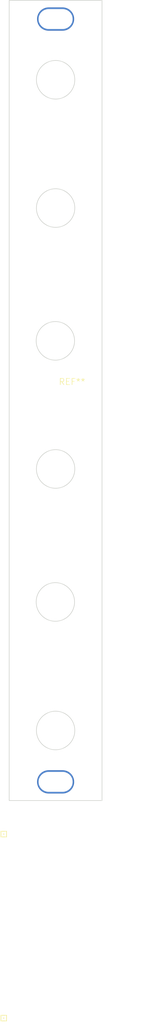
<source format=kicad_pcb>
(kicad_pcb (version 20240108) (generator "pcbnew") (generator_version "8.0")
  (layers (0 "F.Cu" signal) (31 "B.Cu" signal) (34 "B.Paste" user) (35 "F.Paste" user) (36 "B.SilkS" user "B.Silkscreen") (37 "F.SilkS" user "F.Silkscreen") (38 "B.Mask" user) (39 "F.Mask" user) (44 "Edge.Cuts" user))
  (net 0 "")
  (footprint "Eurorack:Faceplate_Hole_3.5mm_Jack" (layer "F.Cu") (at 129 49)
    (property "Reference" "REF**" (hide yes))
    (property "Value" "Faceplate_Hole_3.5mm_Jack" (hide yes))
    (fp_circle (center 0 0) (end 3.1 0) (stroke (width 0.1)) (fill none) (layer "Edge.Cuts"))
  )
  (footprint "Eurorack:Faceplate_Hole_3.5mm_Jack" (layer "F.Cu") (at 129 111.5)
    (property "Reference" "REF**" (hide yes))
    (property "Value" "Faceplate_Hole_3.5mm_Jack" (hide yes))
    (fp_circle (center 0 0) (end 3.1 0) (stroke (width 0.1)) (fill none) (layer "Edge.Cuts"))
  )
  (footprint "Eurorack:Faceplate_Hole_3.5mm_Jack" (layer "F.Cu") (at 128.96 90.9289)
    (property "Reference" "REF**" (hide yes))
    (property "Value" "Faceplate_Hole_3.5mm_Jack" (hide yes))
    (fp_circle (center 0 0) (end 3.1 0) (stroke (width 0.1)) (fill none) (layer "Edge.Cuts"))
  )
  (footprint "Eurorack:Faceplate_3HP_Mounting_Slots" (layer "F.Cu") (at 131.66 98)
    (property "Reference" "REF**" (at 0 -0.5 0) (layer "F.SilkS") (effects (font (thickness 0.1))))
    (property "Value" "Faceplate_3HP_Mounting_Slots")
    (fp_rect (start -10.16 -61.75) (end 4.84 66.75) (stroke (width 0.1)) (fill none) (layer "Edge.Cuts"))
    (pad "1" thru_hole oval (at -2.66 -58.75 90) (size 3.75 6) (drill oval 3.2 5.5) (layers "*.Cu" "*.Mask"))
    (pad "1" thru_hole oval (at -2.66 63.75 90) (size 3.75 6) (drill oval 3.2 5.5) (layers "*.Cu" "*.Mask"))
  )
  (footprint "Eurorack:Faceplate_Hole_3.5mm_Jack" (layer "F.Cu") (at 129 153.5)
    (property "Reference" "REF**" (hide yes))
    (property "Value" "Faceplate_Hole_3.5mm_Jack" (hide yes))
    (fp_circle (center 0 0) (end 3.1 0) (stroke (width 0.1)) (fill none) (layer "Edge.Cuts"))
  )
  (footprint "Eurorack:Faceplate_Hole_3.5mm_Jack" (layer "F.Cu") (at 128.96 132.8578)
    (property "Reference" "REF**" (hide yes))
    (property "Value" "Faceplate_Hole_3.5mm_Jack" (hide yes))
    (fp_circle (center 0 0) (end 3.1 0) (stroke (width 0.1)) (fill none) (layer "Edge.Cuts"))
  )
  (footprint "Eurorack:Faceplate_Hole_3.5mm_Jack" (layer "F.Cu") (at 129 69.6)
    (property "Reference" "REF**" (hide yes))
    (property "Value" "Faceplate_Hole_3.5mm_Jack" (hide yes))
    (fp_circle (center 0 0) (end 3.1 0) (stroke (width 0.1)) (fill none) (layer "Edge.Cuts"))
  )
  (gr_text "⚀" (at 120.015 170.815 0) (layer "F.SilkS") (effects (font (size 1 1)) (justify left bottom)))
  (gr_text "⚀" (at 120.015 200.365 0) (layer "F.SilkS") (effects (font (size 1 1)) (justify left bottom)))
)
</source>
